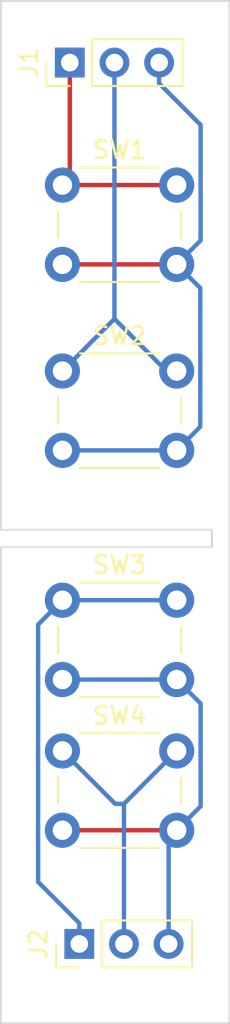
<source format=kicad_pcb>
(kicad_pcb (version 20221018) (generator pcbnew)
  (layers (0 "F.Cu" signal) (31 "B.Cu" signal) (34 "B.Paste" user) (35 "F.Paste" user) (36 "B.SilkS" user "B.Silkscreen") (37 "F.SilkS" user "F.Silkscreen") (38 "B.Mask" user) (39 "F.Mask" user) (44 "Edge.Cuts" user))
  (net 0 "")
  (net 1 "Net-(J1-Pin_1)")
  (net 2 "Net-(J1-Pin_2)")
  (net 3 "Net-(J1-Pin_3)")
  (net 4 "Net-(J2-Pin_1)")
  (net 5 "Net-(J2-Pin_2)")
  (net 6 "Net-(J2-Pin_3)")
  (footprint "Button_Switch_THT:SW_PUSH_6mm_H5mm" (layer "F.Cu") (at 158 94)
    (fp_text reference "SW3" (at 3.25 -2) (layer "F.SilkS"))
    (fp_text value "SW_Push")
    (fp_line (start -0.25 1.5) (end -0.25 3) (stroke (width 0.12)) (layer "F.SilkS"))
    (fp_line (start 1 5.5) (end 5.5 5.5) (stroke (width 0.12)) (layer "F.SilkS"))
    (fp_line (start 5.5 -1) (end 1 -1) (stroke (width 0.12)) (layer "F.SilkS"))
    (fp_line (start 6.75 3) (end 6.75 1.5) (stroke (width 0.12)) (layer "F.SilkS"))
    (pad "1" thru_hole circle (at 0 0 90) (size 2 2) (drill 1.1) (layers "*.Cu" "*.Mask") (net 4 "Net-(J2-Pin_1)"))
    (pad "1" thru_hole circle (at 6.5 0 90) (size 2 2) (drill 1.1) (layers "*.Cu" "*.Mask") (net 4 "Net-(J2-Pin_1)"))
    (pad "2" thru_hole circle (at 0 4.5 90) (size 2 2) (drill 1.1) (layers "*.Cu" "*.Mask") (net 6 "Net-(J2-Pin_3)"))
    (pad "2" thru_hole circle (at 6.5 4.5 90) (size 2 2) (drill 1.1) (layers "*.Cu" "*.Mask") (net 6 "Net-(J2-Pin_3)"))
  )
  (footprint "Button_Switch_THT:SW_PUSH_6mm_H5mm" (layer "F.Cu") (at 158 70.45)
    (fp_text reference "SW1" (at 3.25 -2) (layer "F.SilkS"))
    (fp_text value "SW_Push")
    (fp_line (start -0.25 1.5) (end -0.25 3) (stroke (width 0.12)) (layer "F.SilkS"))
    (fp_line (start 1 5.5) (end 5.5 5.5) (stroke (width 0.12)) (layer "F.SilkS"))
    (fp_line (start 5.5 -1) (end 1 -1) (stroke (width 0.12)) (layer "F.SilkS"))
    (fp_line (start 6.75 3) (end 6.75 1.5) (stroke (width 0.12)) (layer "F.SilkS"))
    (pad "1" thru_hole circle (at 0 0 90) (size 2 2) (drill 1.1) (layers "*.Cu" "*.Mask") (net 1 "Net-(J1-Pin_1)"))
    (pad "1" thru_hole circle (at 6.5 0 90) (size 2 2) (drill 1.1) (layers "*.Cu" "*.Mask") (net 1 "Net-(J1-Pin_1)"))
    (pad "2" thru_hole circle (at 0 4.5 90) (size 2 2) (drill 1.1) (layers "*.Cu" "*.Mask") (net 3 "Net-(J1-Pin_3)"))
    (pad "2" thru_hole circle (at 6.5 4.5 90) (size 2 2) (drill 1.1) (layers "*.Cu" "*.Mask") (net 3 "Net-(J1-Pin_3)"))
  )
  (footprint "Button_Switch_THT:SW_PUSH_6mm_H5mm" (layer "F.Cu") (at 158 81)
    (fp_text reference "SW2" (at 3.25 -2) (layer "F.SilkS"))
    (fp_text value "SW_Push")
    (fp_line (start -0.25 1.5) (end -0.25 3) (stroke (width 0.12)) (layer "F.SilkS"))
    (fp_line (start 1 5.5) (end 5.5 5.5) (stroke (width 0.12)) (layer "F.SilkS"))
    (fp_line (start 5.5 -1) (end 1 -1) (stroke (width 0.12)) (layer "F.SilkS"))
    (fp_line (start 6.75 3) (end 6.75 1.5) (stroke (width 0.12)) (layer "F.SilkS"))
    (pad "1" thru_hole circle (at 0 0 90) (size 2 2) (drill 1.1) (layers "*.Cu" "*.Mask") (net 2 "Net-(J1-Pin_2)"))
    (pad "1" thru_hole circle (at 6.5 0 90) (size 2 2) (drill 1.1) (layers "*.Cu" "*.Mask") (net 2 "Net-(J1-Pin_2)"))
    (pad "2" thru_hole circle (at 0 4.5 90) (size 2 2) (drill 1.1) (layers "*.Cu" "*.Mask") (net 3 "Net-(J1-Pin_3)"))
    (pad "2" thru_hole circle (at 6.5 4.5 90) (size 2 2) (drill 1.1) (layers "*.Cu" "*.Mask") (net 3 "Net-(J1-Pin_3)"))
  )
  (footprint "Connector_PinHeader_2.54mm:PinHeader_1x03_P2.54mm_Vertical" (layer "F.Cu") (at 158.96 113.5 90)
    (fp_text reference "J2" (at 0 -2.33 90) (layer "F.SilkS"))
    (fp_text value "Conn_01x03_Pin")
    (fp_line (start -1.33 -1.33) (end 0 -1.33) (stroke (width 0.12)) (layer "F.SilkS"))
    (fp_line (start -1.33 0) (end -1.33 -1.33) (stroke (width 0.12)) (layer "F.SilkS"))
    (fp_line (start -1.33 1.27) (end -1.33 6.41) (stroke (width 0.12)) (layer "F.SilkS"))
    (fp_line (start -1.33 1.27) (end 1.33 1.27) (stroke (width 0.12)) (layer "F.SilkS"))
    (fp_line (start -1.33 6.41) (end 1.33 6.41) (stroke (width 0.12)) (layer "F.SilkS"))
    (fp_line (start 1.33 1.27) (end 1.33 6.41) (stroke (width 0.12)) (layer "F.SilkS"))
    (pad "1" thru_hole rect (at 0 0 90) (size 1.7 1.7) (drill 1) (layers "*.Cu" "*.Mask") (net 4 "Net-(J2-Pin_1)"))
    (pad "2" thru_hole oval (at 0 2.54 90) (size 1.7 1.7) (drill 1) (layers "*.Cu" "*.Mask") (net 5 "Net-(J2-Pin_2)"))
    (pad "3" thru_hole oval (at 0 5.08 90) (size 1.7 1.7) (drill 1) (layers "*.Cu" "*.Mask") (net 6 "Net-(J2-Pin_3)"))
  )
  (footprint "Connector_PinHeader_2.54mm:PinHeader_1x03_P2.54mm_Vertical" (layer "F.Cu") (at 158.42 63.5 90)
    (fp_text reference "J1" (at 0 -2.33 90) (layer "F.SilkS"))
    (fp_text value "Conn_01x03_Pin")
    (fp_line (start -1.33 -1.33) (end 0 -1.33) (stroke (width 0.12)) (layer "F.SilkS"))
    (fp_line (start -1.33 0) (end -1.33 -1.33) (stroke (width 0.12)) (layer "F.SilkS"))
    (fp_line (start -1.33 1.27) (end -1.33 6.41) (stroke (width 0.12)) (layer "F.SilkS"))
    (fp_line (start -1.33 1.27) (end 1.33 1.27) (stroke (width 0.12)) (layer "F.SilkS"))
    (fp_line (start -1.33 6.41) (end 1.33 6.41) (stroke (width 0.12)) (layer "F.SilkS"))
    (fp_line (start 1.33 1.27) (end 1.33 6.41) (stroke (width 0.12)) (layer "F.SilkS"))
    (pad "1" thru_hole rect (at 0 0 90) (size 1.7 1.7) (drill 1) (layers "*.Cu" "*.Mask") (net 1 "Net-(J1-Pin_1)"))
    (pad "2" thru_hole oval (at 0 2.54 90) (size 1.7 1.7) (drill 1) (layers "*.Cu" "*.Mask") (net 2 "Net-(J1-Pin_2)"))
    (pad "3" thru_hole oval (at 0 5.08 90) (size 1.7 1.7) (drill 1) (layers "*.Cu" "*.Mask") (net 3 "Net-(J1-Pin_3)"))
  )
  (footprint "Button_Switch_THT:SW_PUSH_6mm_H5mm" (layer "F.Cu") (at 158 102.55)
    (fp_text reference "SW4" (at 3.25 -2) (layer "F.SilkS"))
    (fp_text value "SW_Push")
    (fp_line (start -0.25 1.5) (end -0.25 3) (stroke (width 0.12)) (layer "F.SilkS"))
    (fp_line (start 1 5.5) (end 5.5 5.5) (stroke (width 0.12)) (layer "F.SilkS"))
    (fp_line (start 5.5 -1) (end 1 -1) (stroke (width 0.12)) (layer "F.SilkS"))
    (fp_line (start 6.75 3) (end 6.75 1.5) (stroke (width 0.12)) (layer "F.SilkS"))
    (pad "1" thru_hole circle (at 0 0 90) (size 2 2) (drill 1.1) (layers "*.Cu" "*.Mask") (net 5 "Net-(J2-Pin_2)"))
    (pad "1" thru_hole circle (at 6.5 0 90) (size 2 2) (drill 1.1) (layers "*.Cu" "*.Mask") (net 5 "Net-(J2-Pin_2)"))
    (pad "2" thru_hole circle (at 0 4.5 90) (size 2 2) (drill 1.1) (layers "*.Cu" "*.Mask") (net 6 "Net-(J2-Pin_3)"))
    (pad "2" thru_hole circle (at 6.5 4.5 90) (size 2 2) (drill 1.1) (layers "*.Cu" "*.Mask") (net 6 "Net-(J2-Pin_3)"))
  )
  (gr_line (start 154.5 90) (end 154.5 60) (stroke (width 0.1)) (layer "Edge.Cuts"))
  (gr_line (start 166.5 91) (end 154.5 91) (stroke (width 0.1)) (layer "Edge.Cuts"))
  (gr_line (start 154.5 118) (end 167.5 118) (stroke (width 0.1)) (layer "Edge.Cuts"))
  (gr_line (start 167.5 118) (end 167.5 91) (stroke (width 0.1)) (layer "Edge.Cuts"))
  (gr_line (start 154.5 60) (end 167.5 60) (stroke (width 0.1)) (layer "Edge.Cuts"))
  (gr_line (start 154.5 91) (end 154.5 118) (stroke (width 0.1)) (layer "Edge.Cuts"))
  (gr_line (start 167.5 60) (end 167.5 91) (stroke (width 0.1)) (layer "Edge.Cuts"))
  (gr_line (start 166.5 90) (end 166.5 91) (stroke (width 0.1)) (layer "Edge.Cuts"))
  (gr_line (start 166.5 90) (end 154.5 90) (stroke (width 0.1)) (layer "Edge.Cuts"))
  (segment (start 158.42 70.03) (end 158 70.45) (width 0.25) (layer "F.Cu") (net 1))
  (segment (start 164.5 70.45) (end 158 70.45) (width 0.25) (layer "F.Cu") (net 1))
  (segment (start 158.42 63.5) (end 158.42 70.03) (width 0.25) (layer "F.Cu") (net 1))
  (segment (start 160.96 63.5) (end 160.96 78.04) (width 0.25) (layer "B.Cu") (net 2))
  (segment (start 163.92 81) (end 160.96 78.04) (width 0.25) (layer "B.Cu") (net 2))
  (segment (start 164.5 81) (end 163.92 81) (width 0.25) (layer "B.Cu") (net 2))
  (segment (start 160.96 78.04) (end 158 81) (width 0.25) (layer "B.Cu") (net 2))
  (segment (start 158 74.95) (end 164.5 74.95) (width 0.25) (layer "F.Cu") (net 3))
  (segment (start 163.5 64.6769) (end 165.8592 67.0361) (width 0.25) (layer "B.Cu") (net 3))
  (segment (start 163.5 63.5) (end 163.5 64.6769) (width 0.25) (layer "B.Cu") (net 3))
  (segment (start 164.5 85.5) (end 158 85.5) (width 0.25) (layer "B.Cu") (net 3))
  (segment (start 165.8405 84.1595) (end 164.5 85.5) (width 0.25) (layer "B.Cu") (net 3))
  (segment (start 165.8592 67.0361) (end 165.8592 73.5908) (width 0.25) (layer "B.Cu") (net 3))
  (segment (start 165.8592 73.5908) (end 164.5 74.95) (width 0.25) (layer "B.Cu") (net 3))
  (segment (start 165.8405 76.2905) (end 165.8405 84.1595) (width 0.25) (layer "B.Cu") (net 3))
  (segment (start 164.5 74.95) (end 165.8405 76.2905) (width 0.25) (layer "B.Cu") (net 3))
  (segment (start 158.96 113.5) (end 158.96 112.3231) (width 0.25) (layer "B.Cu") (net 4))
  (segment (start 158.96 112.3231) (end 156.618 109.9811) (width 0.25) (layer "B.Cu") (net 4))
  (segment (start 156.618 109.9811) (end 156.618 95.382) (width 0.25) (layer "B.Cu") (net 4))
  (segment (start 164.5 94) (end 158 94) (width 0.25) (layer "B.Cu") (net 4))
  (segment (start 156.618 95.382) (end 158 94) (width 0.25) (layer "B.Cu") (net 4))
  (segment (start 161 105.55) (end 158 102.55) (width 0.25) (layer "B.Cu") (net 5))
  (segment (start 161.5 105.55) (end 164.5 102.55) (width 0.25) (layer "B.Cu") (net 5))
  (segment (start 161.5 113.5) (end 161.5 105.55) (width 0.25) (layer "B.Cu") (net 5))
  (segment (start 161.5 105.55) (end 161 105.55) (width 0.25) (layer "B.Cu") (net 5))
  (segment (start 164.5 107.05) (end 158 107.05) (width 0.25) (layer "F.Cu") (net 6))
  (segment (start 164.5 107.05) (end 165.8592 105.6908) (width 0.25) (layer "B.Cu") (net 6))
  (segment (start 165.8592 105.6908) (end 165.8592 99.8592) (width 0.25) (layer "B.Cu") (net 6))
  (segment (start 165.8592 99.8592) (end 164.5 98.5) (width 0.25) (layer "B.Cu") (net 6))
  (segment (start 164.5 98.5) (end 158 98.5) (width 0.25) (layer "B.Cu") (net 6))
  (segment (start 164.04 113.5) (end 164.04 107.51) (width 0.25) (layer "B.Cu") (net 6))
  (segment (start 164.04 107.51) (end 164.5 107.05) (width 0.25) (layer "B.Cu") (net 6))
)
</source>
